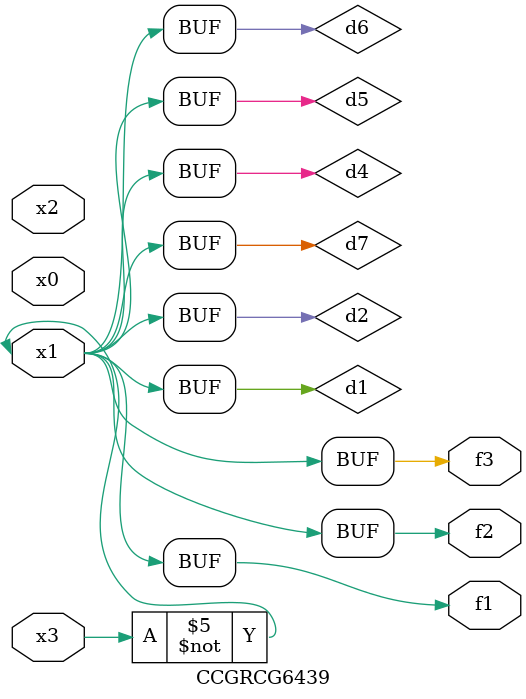
<source format=v>
module CCGRCG6439(
	input x0, x1, x2, x3,
	output f1, f2, f3
);

	wire d1, d2, d3, d4, d5, d6, d7;

	not (d1, x3);
	buf (d2, x1);
	xnor (d3, d1, d2);
	nor (d4, d1);
	buf (d5, d1, d2);
	buf (d6, d4, d5);
	nand (d7, d4);
	assign f1 = d6;
	assign f2 = d7;
	assign f3 = d6;
endmodule

</source>
